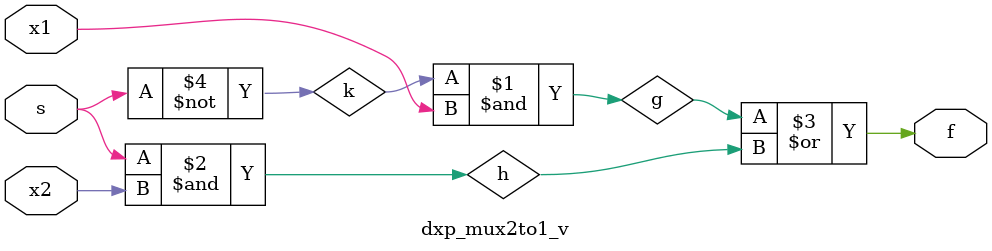
<source format=v>
module dxp_mux2to1_v (s, x1, x2, f);
	input x1, x2, s;
	output f;
	wire	k, g, h;

	not (k, s);
	and (g, k, x1);
	and (h, s, x2);
	or (f, g, h);

endmodule

</source>
